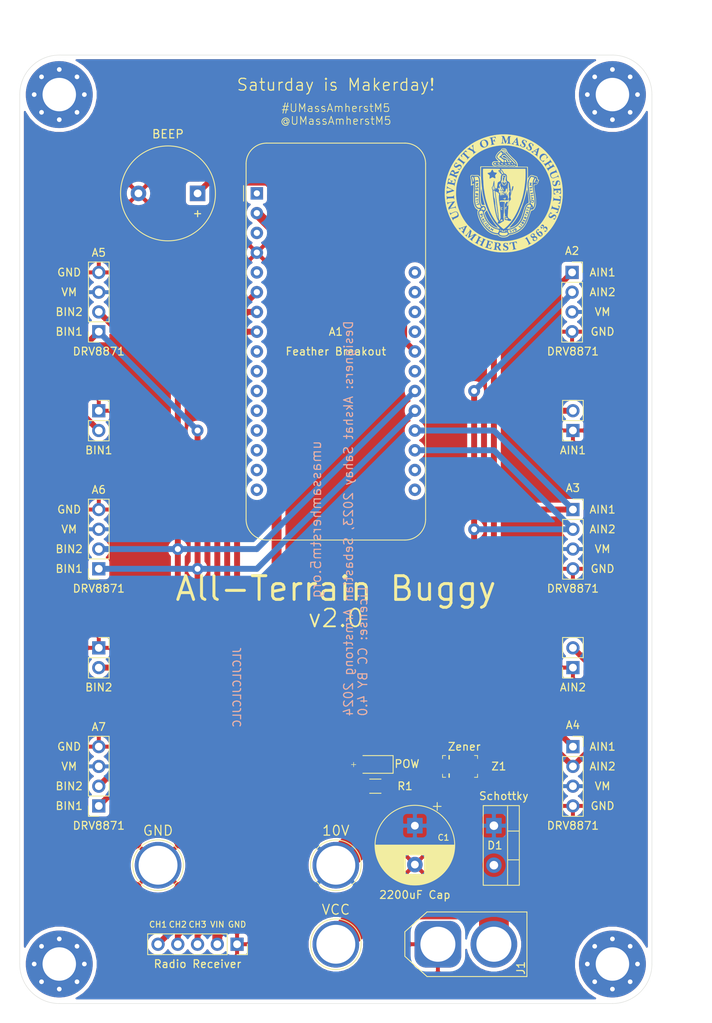
<source format=kicad_pcb>
(kicad_pcb (version 20171130) (host pcbnew "(5.1.12)-1")
  (title_block (title "All-Terrain Buggy") (date 2022-01-19) (rev v1.0) (company "M5 Makerspace") (comment 2 creativecommons.org/licenses/by/4.0/) (comment 3 "License: CC BY 4.0") (comment 4 "Authors: Akshat Sahay, Sebastian Armstrong"))
  (layers (0 F.Cu signal) (31 B.Cu signal) (34 B.Paste user hide) (35 F.Paste user hide) (36 B.SilkS user) (37 F.SilkS user) (38 B.Mask user) (39 F.Mask user) (44 Edge.Cuts user))
  (net 0 "")
  (net 1 "Net-(A1-Pad16)")
  (net 2 "Net-(A1-Pad15)")
  (net 3 "Net-(A1-Pad14)")
  (net 4 "Net-(A1-Pad13)")
  (net 5 "Net-(A1-Pad12)")
  (net 6 "Net-(A1-Pad11)")
  (net 7 "Net-(A1-Pad5)")
  (net 8 GND)
  (net 9 "Net-(A1-Pad3)")
  (net 10 "Net-(A1-Pad1)")
  (net 11 "Net-(A1-Pad28)")
  (net 12 "Net-(A1-Pad27)")
  (net 13 "Net-(A1-Pad25)")
  (net 14 "Net-(A1-Pad23)")
  (net 15 BIN2)
  (net 16 BIN1)
  (net 17 AIN2)
  (net 18 AIN1)
  (net 19 "Net-(A1-Pad18)")
  (net 20 "Net-(A1-Pad17)")
  (net 21 VCC)
  (net 22 "Net-(D3-Pad2)")
  (net 23 +10V)
  (net 24 CHANNEL_2)
  (net 25 CHANNEL_1)
  (net 26 CHANNEL_3)
  (net 27 BEEP)
  (net 28 +3V3)
  (net 29 +5V)
  (net 30 "Net-(A1-Pad10)")
  (net 31 "Net-(A1-Pad9)")
  (net 32 "Net-(H1-Pad1)")
  (net 33 "Net-(H2-Pad1)")
  (net 34 "Net-(H3-Pad1)")
  (net 35 "Net-(H4-Pad1)")
  (module Figures:UMass_logo (layer F.Cu) (at 174.498 50.546)
    (fp_text reference G*** hide)
    (fp_text value LOGO hide)
  )
  (module Figures:M5_logo (layer F.Cu) (at 152.908 114.046)
    (fp_text reference G*** hide)
    (fp_text value LOGO hide)
  )
  (module Module:Adafruit_Feather (layer F.Cu) (at 142.748 50.546)
    (fp_text reference A1 (at 10.16 17.78) (layer F.SilkS))
    (fp_text value "Feather 328P")
    (pad 16 thru_hole circle (at 0 38.1 180) (size 1.6 1.6) (drill 0.8) (layers *.Cu *.Mask) (net 1 "Net-(A1-Pad16)"))
    (pad 15 thru_hole circle (at 0 35.56 180) (size 1.6 1.6) (drill 0.8) (layers *.Cu *.Mask) (net 2 "Net-(A1-Pad15)"))
    (pad 14 thru_hole circle (at 0 33.02 180) (size 1.6 1.6) (drill 0.8) (layers *.Cu *.Mask) (net 3 "Net-(A1-Pad14)"))
    (pad 13 thru_hole circle (at 0 30.48 180) (size 1.6 1.6) (drill 0.8) (layers *.Cu *.Mask) (net 4 "Net-(A1-Pad13)"))
    (pad 12 thru_hole circle (at 0 27.94 180) (size 1.6 1.6) (drill 0.8) (layers *.Cu *.Mask) (net 5 "Net-(A1-Pad12)"))
    (pad 11 thru_hole circle (at 0 25.4 180) (size 1.6 1.6) (drill 0.8) (layers *.Cu *.Mask) (net 6 "Net-(A1-Pad11)"))
    (pad 10 thru_hole circle (at 0 22.86 180) (size 1.6 1.6) (drill 0.8) (layers *.Cu *.Mask) (net 30 "Net-(A1-Pad10)"))
    (pad 9 thru_hole circle (at 0 20.32 180) (size 1.6 1.6) (drill 0.8) (layers *.Cu *.Mask) (net 31 "Net-(A1-Pad9)"))
    (pad 8 thru_hole circle (at 0 17.78 180) (size 1.6 1.6) (drill 0.8) (layers *.Cu *.Mask) (net 26 CHANNEL_3))
    (pad 7 thru_hole circle (at 0 15.24 180) (size 1.6 1.6) (drill 0.8) (layers *.Cu *.Mask) (net 24 CHANNEL_2))
    (pad 6 thru_hole circle (at 0 12.7 180) (size 1.6 1.6) (drill 0.8) (layers *.Cu *.Mask) (net 25 CHANNEL_1))
    (pad 5 thru_hole circle (at 0 10.16 180) (size 1.6 1.6) (drill 0.8) (layers *.Cu *.Mask) (net 7 "Net-(A1-Pad5)"))
    (pad 4 thru_hole circle (at 0 7.62 180) (size 1.6 1.6) (drill 0.8) (layers *.Cu *.Mask) (net 8 GND))
    (pad 3 thru_hole circle (at 0 5.08 180) (size 1.6 1.6) (drill 0.8) (layers *.Cu *.Mask) (net 9 "Net-(A1-Pad3)"))
    (pad 2 thru_hole circle (at 0 2.54 180) (size 1.6 1.6) (drill 0.8) (layers *.Cu *.Mask) (net 28 +3V3))
    (pad 1 thru_hole rect (at 0 0 180) (size 1.6 1.6) (drill 0.8) (layers *.Cu *.Mask) (net 10 "Net-(A1-Pad1)"))
    (pad 28 thru_hole circle (at 20.32 10.16 180) (size 1.6 1.6) (drill 0.8) (layers *.Cu *.Mask) (net 11 "Net-(A1-Pad28)"))
    (pad 27 thru_hole circle (at 20.32 12.7 180) (size 1.6 1.6) (drill 0.8) (layers *.Cu *.Mask) (net 12 "Net-(A1-Pad27)"))
    (pad 26 thru_hole circle (at 20.32 15.24 180) (size 1.6 1.6) (drill 0.8) (layers *.Cu *.Mask) (net 29 +5V))
    (pad 25 thru_hole circle (at 20.32 17.78 180) (size 1.6 1.6) (drill 0.8) (layers *.Cu *.Mask) (net 13 "Net-(A1-Pad25)"))
    (pad 24 thru_hole circle (at 20.32 20.32 180) (size 1.6 1.6) (drill 0.8) (layers *.Cu *.Mask) (net 27 BEEP))
    (pad 23 thru_hole circle (at 20.32 22.86 180) (size 1.6 1.6) (drill 0.8) (layers *.Cu *.Mask) (net 14 "Net-(A1-Pad23)"))
    (pad 22 thru_hole circle (at 20.32 25.4 180) (size 1.6 1.6) (drill 0.8) (layers *.Cu *.Mask) (net 15 BIN2))
    (pad 21 thru_hole circle (at 20.32 27.94 180) (size 1.6 1.6) (drill 0.8) (layers *.Cu *.Mask) (net 16 BIN1))
    (pad 20 thru_hole circle (at 20.32 30.48 180) (size 1.6 1.6) (drill 0.8) (layers *.Cu *.Mask) (net 18 AIN1))
    (pad 19 thru_hole circle (at 20.32 33.02 180) (size 1.6 1.6) (drill 0.8) (layers *.Cu *.Mask) (net 17 AIN2))
    (pad 18 thru_hole circle (at 20.32 35.56 180) (size 1.6 1.6) (drill 0.8) (layers *.Cu *.Mask) (net 19 "Net-(A1-Pad18)"))
    (pad 17 thru_hole circle (at 20.32 38.1 180) (size 1.6 1.6) (drill 0.8) (layers *.Cu *.Mask) (net 20 "Net-(A1-Pad17)"))
  )
  (module Connector_PinSocket_2.54mm:PinSocket_1x04_P2.54mm_Vertical (layer F.Cu) (at 122.428 129.286 180)
    (fp_text reference A7 (at 0 10.16) (layer F.SilkS))
    (fp_text value DRV8871)
    (pad 1 thru_hole rect (at 0 0 180) (size 1.7 1.7) (drill 1) (layers *.Cu *.Mask) (net 16 BIN1))
    (pad 2 thru_hole oval (at 0 2.54 180) (size 1.7 1.7) (drill 1) (layers *.Cu *.Mask) (net 15 BIN2))
    (pad 3 thru_hole oval (at 0 5.08 180) (size 1.7 1.7) (drill 1) (layers *.Cu *.Mask) (net 23 +10V))
    (pad 4 thru_hole oval (at 0 7.62 180) (size 1.7 1.7) (drill 1) (layers *.Cu *.Mask) (net 8 GND))
  )
  (module Capacitor_THT:CP_Radial_D10.0mm_P5.00mm (layer F.Cu) (at 163.068 131.826 270)
    (fp_text reference C1 (at 1.524 -3.683 180) (layer F.SilkS) (effects (font (size 0.762 0.762) (thickness 0.127))))
    (fp_text value 2200uF)
    (pad 1 thru_hole rect (at 0 0 270) (size 2 2) (drill 1) (layers *.Cu *.Mask) (net 23 +10V))
    (pad 2 thru_hole circle (at 5 0 270) (size 2 2) (drill 1) (layers *.Cu *.Mask) (net 8 GND))
  )
  (module Resistor_SMD:R_1206_3216Metric (layer F.Cu) (at 157.988 126.746)
    (fp_text reference R1 (at 3.81 0) (layer F.SilkS))
    (fp_text value 330)
    (pad 1 smd roundrect (at -1.4625 0) (size 1.125 1.75) (layers F.Cu F.Paste F.Mask) (roundrect_rratio 0.2222195555555556) (net 22 "Net-(D3-Pad2)"))
    (pad 2 smd roundrect (at 1.4625 0) (size 1.125 1.75) (layers F.Cu F.Paste F.Mask) (roundrect_rratio 0.2222195555555556) (net 23 +10V))
  )
  (module Package_TO_SOT_THT:TO-220-2_Vertical (layer F.Cu) (at 173.228 131.826 270)
    (fp_text reference D1 (at 2.54 -0.127 180) (layer F.SilkS))
    (fp_text value D_Schottky)
    (pad 1 thru_hole rect (at 0 0 270) (size 2 2) (drill 1.1) (layers *.Cu *.Mask) (net 23 +10V))
    (pad 2 thru_hole oval (at 5.08 0 270) (size 2 2) (drill 1.1) (layers *.Cu *.Mask) (net 21 VCC))
  )
  (module Connector_PinSocket_2.54mm:PinSocket_1x04_P2.54mm_Vertical (layer F.Cu) (at 122.428 98.806 180)
    (fp_text reference A6 (at 0 10.16) (layer F.SilkS))
    (fp_text value DRV8871)
    (pad 4 thru_hole oval (at 0 7.62 180) (size 1.7 1.7) (drill 1) (layers *.Cu *.Mask) (net 8 GND))
    (pad 3 thru_hole oval (at 0 5.08 180) (size 1.7 1.7) (drill 1) (layers *.Cu *.Mask) (net 23 +10V))
    (pad 2 thru_hole oval (at 0 2.54 180) (size 1.7 1.7) (drill 1) (layers *.Cu *.Mask) (net 15 BIN2))
    (pad 1 thru_hole rect (at 0 0 180) (size 1.7 1.7) (drill 1) (layers *.Cu *.Mask) (net 16 BIN1))
  )
  (module Connector_PinSocket_2.54mm:PinSocket_1x04_P2.54mm_Vertical (layer F.Cu) (at 183.388 121.666)
    (fp_text reference A4 (at 0 -2.77) (layer F.SilkS))
    (fp_text value DRV8871)
    (pad 4 thru_hole oval (at 0 7.62) (size 1.7 1.7) (drill 1) (layers *.Cu *.Mask) (net 8 GND))
    (pad 3 thru_hole oval (at 0 5.08) (size 1.7 1.7) (drill 1) (layers *.Cu *.Mask) (net 23 +10V))
    (pad 2 thru_hole oval (at 0 2.54) (size 1.7 1.7) (drill 1) (layers *.Cu *.Mask) (net 17 AIN2))
    (pad 1 thru_hole rect (at 0 0) (size 1.7 1.7) (drill 1) (layers *.Cu *.Mask) (net 18 AIN1))
  )
  (module Connector_PinSocket_2.54mm:PinSocket_1x04_P2.54mm_Vertical (layer F.Cu) (at 183.283001 60.706)
    (fp_text reference A2 (at 0 -2.77) (layer F.SilkS))
    (fp_text value DRV8871)
    (pad 4 thru_hole oval (at 0 7.62) (size 1.7 1.7) (drill 1) (layers *.Cu *.Mask) (net 8 GND))
    (pad 3 thru_hole oval (at 0 5.08) (size 1.7 1.7) (drill 1) (layers *.Cu *.Mask) (net 23 +10V))
    (pad 2 thru_hole oval (at 0 2.54) (size 1.7 1.7) (drill 1) (layers *.Cu *.Mask) (net 17 AIN2))
    (pad 1 thru_hole rect (at 0 0) (size 1.7 1.7) (drill 1) (layers *.Cu *.Mask) (net 18 AIN1))
  )
  (module Connector_PinSocket_2.54mm:PinSocket_1x04_P2.54mm_Vertical (layer F.Cu) (at 183.388 91.186)
    (fp_text reference A3 (at 0 -2.77) (layer F.SilkS))
    (fp_text value DRV8871)
    (pad 1 thru_hole rect (at 0 0) (size 1.7 1.7) (drill 1) (layers *.Cu *.Mask) (net 18 AIN1))
    (pad 2 thru_hole oval (at 0 2.54) (size 1.7 1.7) (drill 1) (layers *.Cu *.Mask) (net 17 AIN2))
    (pad 3 thru_hole oval (at 0 5.08) (size 1.7 1.7) (drill 1) (layers *.Cu *.Mask) (net 23 +10V))
    (pad 4 thru_hole oval (at 0 7.62) (size 1.7 1.7) (drill 1) (layers *.Cu *.Mask) (net 8 GND))
  )
  (module Connector_PinSocket_2.54mm:PinSocket_1x04_P2.54mm_Vertical (layer F.Cu) (at 122.428 68.326 180)
    (fp_text reference A5 (at 0 10.16) (layer F.SilkS))
    (fp_text value DRV8871)
    (pad 1 thru_hole rect (at 0 0 180) (size 1.7 1.7) (drill 1) (layers *.Cu *.Mask) (net 16 BIN1))
    (pad 2 thru_hole oval (at 0 2.54 180) (size 1.7 1.7) (drill 1) (layers *.Cu *.Mask) (net 15 BIN2))
    (pad 3 thru_hole oval (at 0 5.08 180) (size 1.7 1.7) (drill 1) (layers *.Cu *.Mask) (net 23 +10V))
    (pad 4 thru_hole oval (at 0 7.62 180) (size 1.7 1.7) (drill 1) (layers *.Cu *.Mask) (net 8 GND))
  )
  (module Connector_AMASS:AMASS_XT60-M_1x02_P7.20mm_Vertical (layer F.Cu) (at 166.028 147.066)
    (fp_text reference J1 (at 10.668 3.048 -270) (layer F.SilkS))
    (fp_text value XT60)
    (pad 2 thru_hole circle (at 7.2 0) (size 6 6) (drill 4.5) (layers *.Cu *.Mask) (net 21 VCC))
    (pad 1 thru_hole roundrect (at 0 0) (size 6 6) (drill 4.5) (layers *.Cu *.Mask) (net 8 GND))
  )
  (module digikey-footprints:DO-214AC (layer F.Cu) (at 168.878 124.206)
    (fp_text reference Z1 (at 4.985 0) (layer F.SilkS))
    (fp_text value Zener)
    (pad A smd rect (at 2 0) (size 2.5 1.7) (layers F.Cu F.Paste F.Mask) (net 8 GND))
    (pad K smd rect (at -2 0) (size 2.5 1.7) (layers F.Cu F.Paste F.Mask) (net 23 +10V))
  )
  (module Buzzer_Beeper:Buzzer_12x9.5RM7.6 (layer F.Cu) (at 135.128 50.546 180)
    (fp_text reference BZ1)
    (fp_text value BEEP)
    (fp_text user + (at -0.01 -2.54) (layer F.SilkS))
    (pad 1 thru_hole rect (at 0 0 180) (size 2 2) (drill 1) (layers *.Cu *.Mask) (net 27 BEEP))
    (pad 2 thru_hole circle (at 7.6 0 180) (size 2 2) (drill 1) (layers *.Cu *.Mask) (net 8 GND))
  )
  (module LED_SMD:LED_1206_3216Metric (layer F.Cu) (at 157.988 123.952 180)
    (fp_text reference D3)
    (fp_text value BLUE)
    (pad 2 smd roundrect (at 1.4 0 180) (size 1.25 1.75) (layers F.Cu F.Paste F.Mask) (roundrect_rratio 0.2) (net 22 "Net-(D3-Pad2)"))
    (pad 1 smd roundrect (at -1.4 0 180) (size 1.25 1.75) (layers F.Cu F.Paste F.Mask) (roundrect_rratio 0.2) (net 8 GND))
  )
  (module Connector_PinSocket_2.54mm:PinSocket_1x05_P2.54mm_Vertical (layer F.Cu) (at 140.208 147.066 270)
    (fp_text reference J4)
    (fp_text value Receiver)
    (pad 1 thru_hole rect (at 0 0 270) (size 1.7 1.7) (drill 1) (layers *.Cu *.Mask) (net 8 GND))
    (pad 2 thru_hole oval (at 0 2.54 270) (size 1.7 1.7) (drill 1) (layers *.Cu *.Mask) (net 28 +3V3))
    (pad 3 thru_hole oval (at 0 5.08 270) (size 1.7 1.7) (drill 1) (layers *.Cu *.Mask) (net 26 CHANNEL_3))
    (pad 4 thru_hole oval (at 0 7.62 270) (size 1.7 1.7) (drill 1) (layers *.Cu *.Mask) (net 24 CHANNEL_2))
    (pad 5 thru_hole oval (at 0 10.16 270) (size 1.7 1.7) (drill 1) (layers *.Cu *.Mask) (net 25 CHANNEL_1))
  )
  (module MountingHole:MountingHole_4.3mm_M4_Pad_Via (layer F.Cu) (at 117.348 37.846)
    (fp_text reference H1)
    (fp_text value M)
    (pad 1 thru_hole circle (at 2.280419 -2.280419) (size 0.9 0.9) (drill 0.6) (layers *.Cu *.Mask) (net 32 "Net-(H1-Pad1)"))
    (pad 1 thru_hole circle (at 0 -3.225) (size 0.9 0.9) (drill 0.6) (layers *.Cu *.Mask) (net 32 "Net-(H1-Pad1)"))
    (pad 1 thru_hole circle (at -2.280419 -2.280419) (size 0.9 0.9) (drill 0.6) (layers *.Cu *.Mask) (net 32 "Net-(H1-Pad1)"))
    (pad 1 thru_hole circle (at -3.225 0) (size 0.9 0.9) (drill 0.6) (layers *.Cu *.Mask) (net 32 "Net-(H1-Pad1)"))
    (pad 1 thru_hole circle (at -2.280419 2.280419) (size 0.9 0.9) (drill 0.6) (layers *.Cu *.Mask) (net 32 "Net-(H1-Pad1)"))
    (pad 1 thru_hole circle (at 0 3.225) (size 0.9 0.9) (drill 0.6) (layers *.Cu *.Mask) (net 32 "Net-(H1-Pad1)"))
    (pad 1 thru_hole circle (at 2.280419 2.280419) (size 0.9 0.9) (drill 0.6) (layers *.Cu *.Mask) (net 32 "Net-(H1-Pad1)"))
    (pad 1 thru_hole circle (at 3.225 0) (size 0.9 0.9) (drill 0.6) (layers *.Cu *.Mask) (net 32 "Net-(H1-Pad1)"))
    (pad 1 thru_hole circle (at 0 0) (size 8.6 8.6) (drill 4.3) (layers *.Cu *.Mask) (net 32 "Net-(H1-Pad1)"))
  )
  (module MountingHole:MountingHole_4.3mm_M4_Pad_Via (layer F.Cu) (at 188.468 37.846)
    (fp_text reference H2)
    (fp_text value M)
    (pad 1 thru_hole circle (at 0 0) (size 8.6 8.6) (drill 4.3) (layers *.Cu *.Mask) (net 33 "Net-(H2-Pad1)"))
    (pad 1 thru_hole circle (at 3.225 0) (size 0.9 0.9) (drill 0.6) (layers *.Cu *.Mask) (net 33 "Net-(H2-Pad1)"))
    (pad 1 thru_hole circle (at 2.280419 2.280419) (size 0.9 0.9) (drill 0.6) (layers *.Cu *.Mask) (net 33 "Net-(H2-Pad1)"))
    (pad 1 thru_hole circle (at 0 3.225) (size 0.9 0.9) (drill 0.6) (layers *.Cu *.Mask) (net 33 "Net-(H2-Pad1)"))
    (pad 1 thru_hole circle (at -2.280419 2.280419) (size 0.9 0.9) (drill 0.6) (layers *.Cu *.Mask) (net 33 "Net-(H2-Pad1)"))
    (pad 1 thru_hole circle (at -3.225 0) (size 0.9 0.9) (drill 0.6) (layers *.Cu *.Mask) (net 33 "Net-(H2-Pad1)"))
    (pad 1 thru_hole circle (at -2.280419 -2.280419) (size 0.9 0.9) (drill 0.6) (layers *.Cu *.Mask) (net 33 "Net-(H2-Pad1)"))
    (pad 1 thru_hole circle (at 0 -3.225) (size 0.9 0.9) (drill 0.6) (layers *.Cu *.Mask) (net 33 "Net-(H2-Pad1)"))
    (pad 1 thru_hole circle (at 2.280419 -2.280419) (size 0.9 0.9) (drill 0.6) (layers *.Cu *.Mask) (net 33 "Net-(H2-Pad1)"))
  )
  (module MountingHole:MountingHole_4.3mm_M4_Pad_Via (layer F.Cu) (at 117.348 149.606)
    (fp_text reference H3)
    (fp_text value M)
    (pad 1 thru_hole circle (at 0 0) (size 8.6 8.6) (drill 4.3) (layers *.Cu *.Mask) (net 34 "Net-(H3-Pad1)"))
    (pad 1 thru_hole circle (at 3.225 0) (size 0.9 0.9) (drill 0.6) (layers *.Cu *.Mask) (net 34 "Net-(H3-Pad1)"))
    (pad 1 thru_hole circle (at 2.280419 2.280419) (size 0.9 0.9) (drill 0.6) (layers *.Cu *.Mask) (net 34 "Net-(H3-Pad1)"))
    (pad 1 thru_hole circle (at 0 3.225) (size 0.9 0.9) (drill 0.6) (layers *.Cu *.Mask) (net 34 "Net-(H3-Pad1)"))
    (pad 1 thru_hole circle (at -2.280419 2.280419) (size 0.9 0.9) (drill 0.6) (layers *.Cu *.Mask) (net 34 "Net-(H3-Pad1)"))
    (pad 1 thru_hole circle (at -3.225 0) (size 0.9 0.9) (drill 0.6) (layers *.Cu *.Mask) (net 34 "Net-(H3-Pad1)"))
    (pad 1 thru_hole circle (at -2.280419 -2.280419) (size 0.9 0.9) (drill 0.6) (layers *.Cu *.Mask) (net 34 "Net-(H3-Pad1)"))
    (pad 1 thru_hole circle (at 0 -3.225) (size 0.9 0.9) (drill 0.6) (layers *.Cu *.Mask) (net 34 "Net-(H3-Pad1)"))
    (pad 1 thru_hole circle (at 2.280419 -2.280419) (size 0.9 0.9) (drill 0.6) (layers *.Cu *.Mask) (net 34 "Net-(H3-Pad1)"))
  )
  (module MountingHole:MountingHole_4.3mm_M4_Pad_Via (layer F.Cu) (at 188.468 149.606)
    (fp_text reference H4)
    (fp_text value M)
    (pad 1 thru_hole circle (at 2.280419 -2.280419) (size 0.9 0.9) (drill 0.6) (layers *.Cu *.Mask) (net 35 "Net-(H4-Pad1)"))
    (pad 1 thru_hole circle (at 0 -3.225) (size 0.9 0.9) (drill 0.6) (layers *.Cu *.Mask) (net 35 "Net-(H4-Pad1)"))
    (pad 1 thru_hole circle (at -2.280419 -2.280419) (size 0.9 0.9) (drill 0.6) (layers *.Cu *.Mask) (net 35 "Net-(H4-Pad1)"))
    (pad 1 thru_hole circle (at -3.225 0) (size 0.9 0.9) (drill 0.6) (layers *.Cu *.Mask) (net 35 "Net-(H4-Pad1)"))
    (pad 1 thru_hole circle (at -2.280419 2.280419) (size 0.9 0.9) (drill 0.6) (layers *.Cu *.Mask) (net 35 "Net-(H4-Pad1)"))
    (pad 1 thru_hole circle (at 0 3.225) (size 0.9 0.9) (drill 0.6) (layers *.Cu *.Mask) (net 35 "Net-(H4-Pad1)"))
    (pad 1 thru_hole circle (at 2.280419 2.280419) (size 0.9 0.9) (drill 0.6) (layers *.Cu *.Mask) (net 35 "Net-(H4-Pad1)"))
    (pad 1 thru_hole circle (at 3.225 0) (size 0.9 0.9) (drill 0.6) (layers *.Cu *.Mask) (net 35 "Net-(H4-Pad1)"))
    (pad 1 thru_hole circle (at 0 0) (size 8.6 8.6) (drill 4.3) (layers *.Cu *.Mask) (net 35 "Net-(H4-Pad1)"))
  )
  (module TestPoint:TestPoint_Plated_Hole_D5.0mm (layer F.Cu) (at 152.908 147.066)
    (fp_text reference J2)
    (fp_text value VCC)
    (pad 1 thru_hole circle (at 0 0) (size 6 6) (drill 5) (layers *.Cu *.Mask) (net 21 VCC))
  )
  (module TestPoint:TestPoint_Plated_Hole_D5.0mm (layer F.Cu) (at 152.908 136.906)
    (fp_text reference J3)
    (fp_text value 10V)
    (pad 1 thru_hole circle (at 0 0) (size 6 6) (drill 5) (layers *.Cu *.Mask) (net 23 +10V))
  )
  (module TestPoint:TestPoint_Plated_Hole_D5.0mm (layer F.Cu) (at 130.048 136.906)
    (fp_text reference J5)
    (fp_text value GND)
    (pad 1 thru_hole circle (at 0 0) (size 6 6) (drill 5) (layers *.Cu *.Mask) (net 8 GND))
  )
  (module Connector_PinSocket_2.54mm:PinSocket_1x02_P2.54mm_Vertical (layer F.Cu) (at 183.388 81.026 180)
    (fp_text reference J6)
    (fp_text value AIN1)
    (pad 2 thru_hole oval (at 0 2.54 180) (size 1.7 1.7) (drill 1) (layers *.Cu *.Mask) (net 18 AIN1))
    (pad 1 thru_hole rect (at 0 0 180) (size 1.7 1.7) (drill 1) (layers *.Cu *.Mask) (net 8 GND))
  )
  (module Connector_PinSocket_2.54mm:PinSocket_1x02_P2.54mm_Vertical (layer F.Cu) (at 183.388 111.506 180)
    (fp_text reference J7)
    (fp_text value AIN2)
    (pad 1 thru_hole rect (at 0 0 180) (size 1.7 1.7) (drill 1) (layers *.Cu *.Mask) (net 8 GND))
    (pad 2 thru_hole oval (at 0 2.54 180) (size 1.7 1.7) (drill 1) (layers *.Cu *.Mask) (net 17 AIN2))
  )
  (module Connector_PinSocket_2.54mm:PinSocket_1x02_P2.54mm_Vertical (layer F.Cu) (at 122.428 78.486)
    (fp_text reference J8)
    (fp_text value BIN1)
    (pad 2 thru_hole oval (at 0 2.54) (size 1.7 1.7) (drill 1) (layers *.Cu *.Mask) (net 16 BIN1))
    (pad 1 thru_hole rect (at 0 0) (size 1.7 1.7) (drill 1) (layers *.Cu *.Mask) (net 8 GND))
  )
  (module Connector_PinSocket_2.54mm:PinSocket_1x02_P2.54mm_Vertical (layer F.Cu) (at 122.428 108.966)
    (fp_text reference J9)
    (fp_text value BIN2)
    (pad 1 thru_hole rect (at 0 0) (size 1.7 1.7) (drill 1) (layers *.Cu *.Mask) (net 8 GND))
    (pad 2 thru_hole oval (at 0 2.54) (size 1.7 1.7) (drill 1) (layers *.Cu *.Mask) (net 15 BIN2))
  )
  (gr_text "2200uF Cap" (at 163.068 140.716) (layer F.SilkS) (effects (font (size 1 1))))
  (gr_text Schottky (at 174.498 128.016) (layer F.SilkS) (effects (font (size 1 1))))
  (gr_text Zener (at 169.418 121.666) (layer F.SilkS) (effects (font (size 1 1))))
  (gr_text "Radio Receiver" (at 135.128 149.606) (layer F.SilkS) (effects (font (size 1 1))))
  (gr_text "Feather Breakout" (at 152.908 70.866) (layer F.SilkS) (effects (font (size 1 1))))
  (gr_text DRV8871 (at 122.428 70.866) (layer F.SilkS) (effects (font (size 1 1))))
  (gr_text DRV8871 (at 122.428 101.346) (layer F.SilkS) (effects (font (size 1 1))))
  (gr_text DRV8871 (at 122.428 131.826) (layer F.SilkS) (effects (font (size 1 1))))
  (gr_text DRV8871 (at 183.388 131.826) (layer F.SilkS) (effects (font (size 1 1))))
  (gr_text DRV8871 (at 183.388 101.346) (layer F.SilkS) (effects (font (size 1 1))))
  (gr_text DRV8871 (at 183.388 70.866) (layer F.SilkS) (effects (font (size 1 1))))
  (gr_text GND (at 130.048 132.461) (layer F.SilkS) (effects (font (size 1.27 1.27))))
  (gr_text 10V (at 152.908 132.461) (layer F.SilkS) (effects (font (size 1.27 1.27))))
  (gr_text VCC (at 152.908 142.621) (layer F.SilkS) (effects (font (size 1.27 1.27))))
  (gr_text AIN1 (at 183.388 83.566) (layer F.SilkS) (effects (font (size 1 1))))
  (gr_text AIN2 (at 183.388 114.046) (layer F.SilkS) (effects (font (size 1 1))))
  (gr_text BIN2 (at 122.428 114.046) (layer F.SilkS) (effects (font (size 1 1))))
  (gr_text BIN1 (at 122.428 83.566) (layer F.SilkS) (effects (font (size 1 1))))
  (gr_text "#UMassAmherstM5\n@UMassAmherstM5" (at 152.908 40.386) (layer F.SilkS) (effects (font (size 1.016 1.016) (thickness 0.1016))))
  (gr_text "Saturday is Makerday!" (at 152.908 36.576) (layer F.SilkS) (effects (font (size 1.524 1.524) (thickness 0.1524))))
  (gr_arc (start 188.468 149.606) (end 188.468 154.686) (angle -90) (layer Edge.Cuts) (width 0.05))
  (gr_line (start 112.268 149.606) (end 112.268 37.846) (layer Edge.Cuts) (width 0.05))
  (gr_arc (start 117.348 149.606) (end 112.268 149.606) (angle -90) (layer Edge.Cuts) (width 0.05))
  (gr_arc (start 117.348 37.846) (end 117.348 32.766) (angle -90) (layer Edge.Cuts) (width 0.05))
  (gr_arc (start 188.468 37.846) (end 193.548 37.846) (angle -90) (layer Edge.Cuts) (width 0.05))
  (gr_line (start 117.348 32.766) (end 188.468 32.766) (layer Edge.Cuts) (width 0.05))
  (gr_line (start 193.548 37.846) (end 193.548 149.606) (layer Edge.Cuts) (width 0.05))
  (gr_text GND (at 140.208 144.526) (layer F.SilkS) (effects (font (size 0.762 0.762) (thickness 0.127))))
  (gr_text VIN (at 137.668 144.526) (layer F.SilkS) (effects (font (size 0.762 0.762) (thickness 0.127))))
  (gr_text CH3 (at 135.128 144.526) (layer F.SilkS) (effects (font (size 0.762 0.762) (thickness 0.127))))
  (gr_text CH2 (at 132.588 144.526) (layer F.SilkS) (effects (font (size 0.762 0.762) (thickness 0.127))))
  (gr_text CH1 (at 130.048 144.526) (layer F.SilkS) (effects (font (size 0.762 0.762) (thickness 0.127))))
  (gr_text v2.0 (at 152.908 105.156) (layer F.SilkS) (effects (font (size 2.286 2.286) (thickness 0.2286))))
  (gr_text "All-Terrain Buggy" (at 152.908 101.346) (layer F.SilkS) (effects (font (size 3.048 3.048) (thickness 0.381))))
  (gr_line (start 188.468 154.686) (end 117.348 154.686) (layer Edge.Cuts) (width 0.05))
  (gr_text + (at 155.194 123.91009) (layer F.SilkS) (effects (font (size 0.762 0.762) (thickness 0.0762))))
  (gr_text GND (at 118.618 60.706) (layer F.SilkS) (effects (font (size 1 1))))
  (gr_text VM (at 118.618 63.246) (layer F.SilkS) (effects (font (size 1 1))))
  (gr_text BIN1 (at 118.618 68.326) (layer F.SilkS) (effects (font (size 1 1))))
  (gr_text BIN2 (at 118.618 65.786) (layer F.SilkS) (effects (font (size 1 1))))
  (gr_text GND (at 118.618 91.186) (layer F.SilkS) (effects (font (size 1 1))))
  (gr_text VM (at 118.618 93.726) (layer F.SilkS) (effects (font (size 1 1))))
  (gr_text BIN1 (at 118.618 98.806) (layer F.SilkS) (effects (font (size 1 1))))
  (gr_text BIN2 (at 118.618 96.266) (layer F.SilkS) (effects (font (size 1 1))))
  (gr_text POW (at 162.052 123.8845) (layer F.SilkS) (effects (font (size 1 1))))
  (gr_text BEEP (at 131.318 42.926) (layer F.SilkS) (effects (font (size 1.0668 1.0668) (thickness 0.1524))))
  (gr_text JLCJLCJLCJLC (at 140.208 114.046 90) (layer B.SilkS) (effects (font (size 1 1)) (justify mirror)))
  (gr_text umassamherstm5.org (at 150.368 92.456 90) (layer B.SilkS) (effects (font (size 1.27 1.27)) (justify mirror)))
  (gr_text "Designers: Akshat Sahay 2023, Sebastian Armstrong 2024\nLicense: CC BY 4.0" (at 155.448 117.856 90) (layer B.SilkS) (effects (font (size 1.143 1.143) (thickness 0.1524)) (justify right mirror)))
  (gr_text GND (at 118.618 121.666) (layer F.SilkS) (effects (font (size 1 1))))
  (gr_text VM (at 118.618 124.206) (layer F.SilkS) (effects (font (size 1 1))))
  (gr_text BIN2 (at 118.618 126.746) (layer F.SilkS) (effects (font (size 1 1))))
  (gr_text BIN1 (at 118.618 129.286) (layer F.SilkS) (effects (font (size 1 1))))
  (gr_text AIN1 (at 187.198 121.666) (layer F.SilkS) (effects (font (size 1 1))))
  (gr_text GND (at 187.198 129.286) (layer F.SilkS) (effects (font (size 1 1))))
  (gr_text VM (at 187.198 126.746) (layer F.SilkS) (effects (font (size 1 1))))
  (gr_text "AIN2\n" (at 187.198 124.206) (layer F.SilkS) (effects (font (size 1 1))))
  (gr_text GND (at 187.198 98.806) (layer F.SilkS) (effects (font (size 1 1))))
  (gr_text VM (at 187.198 96.266) (layer F.SilkS) (effects (font (size 1 1))))
  (gr_text "AIN2\n" (at 187.198 93.726) (layer F.SilkS) (effects (font (size 1 1))))
  (gr_text AIN1 (at 187.198 91.186) (layer F.SilkS) (effects (font (size 1 1))))
  (gr_text GND (at 187.198 68.326) (layer F.SilkS) (effects (font (size 1 1))))
  (gr_text VM (at 187.198 65.786) (layer F.SilkS) (effects (font (size 1 1))))
  (gr_text "AIN2\n" (at 187.198 63.246) (layer F.SilkS) (effects (font (size 1 1))))
  (gr_text AIN1 (at 187.198 60.706) (layer F.SilkS) (effects (font (size 1 1))))
  (segment (start 142.748 96.266) (end 132.588 96.266) (width 0.762) (layer B.Cu) (net 15))
  (segment (start 163.068 75.946) (end 142.748 96.266) (width 0.762) (layer B.Cu) (net 15))
  (segment (start 122.428 126.746) (end 132.588 116.586) (width 0.762) (layer F.Cu) (net 15))
  (segment (start 132.588 96.266) (end 122.428 96.266) (width 0.762) (layer B.Cu) (net 15))
  (via (at 132.588 96.266) (size 1.524) (drill 0.762) (layers F.Cu B.Cu) (net 15))
  (segment (start 132.588 96.266) (end 132.588 75.946) (width 0.762) (layer F.Cu) (net 15))
  (segment (start 132.588 75.946) (end 122.428 65.786) (width 0.762) (layer F.Cu) (net 15))
  (segment (start 132.588 116.586) (end 132.588 111.506) (width 0.762) (layer F.Cu) (net 15))
  (segment (start 132.588 111.506) (end 132.588 96.266) (width 0.762) (layer F.Cu) (net 15))
  (segment (start 132.588 111.506) (end 122.428 111.506) (width 0.762) (layer F.Cu) (net 15))
  (segment (start 142.748 98.806) (end 135.128 98.806) (width 0.762) (layer B.Cu) (net 16))
  (segment (start 163.068 78.486) (end 142.748 98.806) (width 0.762) (layer B.Cu) (net 16))
  (segment (start 122.428 129.286) (end 135.128 116.586) (width 0.762) (layer F.Cu) (net 16))
  (segment (start 135.128 98.806) (end 122.428 98.806) (width 0.762) (layer B.Cu) (net 16))
  (via (at 135.128 98.806) (size 1.524) (drill 0.762) (layers F.Cu B.Cu) (net 16))
  (segment (start 135.128 116.586) (end 135.128 98.806) (width 0.762) (layer F.Cu) (net 16))
  (segment (start 135.128 98.806) (end 135.128 81.026) (width 0.762) (layer F.Cu) (net 16))
  (segment (start 135.128 81.026) (end 135.128 81.026) (width 0.762) (layer F.Cu) (net 16))
  (via (at 135.128 81.026) (size 1.524) (drill 0.762) (layers F.Cu B.Cu) (net 16))
  (segment (start 135.128 81.026) (end 122.428 68.326) (width 0.762) (layer B.Cu) (net 16))
  (segment (start 119.888 78.486) (end 122.428 81.026) (width 0.762) (layer F.Cu) (net 16))
  (segment (start 122.428 68.326) (end 119.888 70.866) (width 0.762) (layer F.Cu) (net 16))
  (segment (start 119.888 70.866) (end 119.888 78.486) (width 0.762) (layer F.Cu) (net 16))
  (segment (start 173.228 83.566) (end 183.388 93.726) (width 0.762) (layer B.Cu) (net 17))
  (segment (start 163.068 83.566) (end 173.228 83.566) (width 0.762) (layer B.Cu) (net 17))
  (segment (start 183.388 124.206) (end 170.688 111.506) (width 0.762) (layer F.Cu) (net 17))
  (segment (start 170.688 111.506) (end 170.688 93.726) (width 0.762) (layer F.Cu) (net 17))
  (via (at 170.688 75.946) (size 1.524) (drill 0.762) (layers F.Cu B.Cu) (net 17))
  (segment (start 183.283001 63.350999) (end 183.283001 63.246) (width 0.762) (layer B.Cu) (net 17))
  (segment (start 170.688 75.946) (end 183.283001 63.350999) (width 0.762) (layer B.Cu) (net 17))
  (segment (start 170.688 93.726) (end 170.688 75.946) (width 0.762) (layer F.Cu) (net 17))
  (via (at 170.688 93.726) (size 1.524) (drill 0.762) (layers F.Cu B.Cu) (net 17))
  (segment (start 170.688 93.726) (end 183.388 93.726) (width 0.762) (layer B.Cu) (net 17))
  (segment (start 183.388 124.206) (end 185.928 121.666) (width 0.762) (layer F.Cu) (net 17))
  (segment (start 185.928 111.506) (end 183.388 108.966) (width 0.762) (layer F.Cu) (net 17))
  (segment (start 185.928 121.666) (end 185.928 111.506) (width 0.762) (layer F.Cu) (net 17))
  (segment (start 173.228 81.026) (end 183.388 91.186) (width 0.762) (layer B.Cu) (net 18))
  (segment (start 163.068 81.026) (end 173.228 81.026) (width 0.762) (layer B.Cu) (net 18))
  (segment (start 183.388 121.666) (end 173.228 111.506) (width 0.762) (layer F.Cu) (net 18))
  (segment (start 173.228 111.506) (end 173.228 91.186) (width 0.762) (layer F.Cu) (net 18))
  (segment (start 173.228 91.186) (end 183.388 91.186) (width 0.762) (layer F.Cu) (net 18))
  (segment (start 173.228 70.761001) (end 183.283001 60.706) (width 0.762) (layer F.Cu) (net 18))
  (segment (start 173.228 78.486) (end 183.388 78.486) (width 0.762) (layer F.Cu) (net 18))
  (segment (start 173.228 91.186) (end 173.228 78.486) (width 0.762) (layer F.Cu) (net 18))
  (segment (start 173.228 78.486) (end 173.228 70.761001) (width 0.762) (layer F.Cu) (net 18))
  (segment (start 173.228 147.066) (end 173.228 136.906) (width 3.81) (layer F.Cu) (net 21))
  (segment (start 158.01301 141.96099) (end 152.908 147.066) (width 3.81) (layer F.Cu) (net 21))
  (segment (start 172.36563 141.96099) (end 158.01301 141.96099) (width 3.81) (layer F.Cu) (net 21))
  (segment (start 173.228 142.82336) (end 172.36563 141.96099) (width 3.81) (layer F.Cu) (net 21))
  (segment (start 173.228 147.066) (end 173.228 142.82336) (width 3.81) (layer F.Cu) (net 21))
  (segment (start 156.5255 124.0145) (end 156.588 123.952) (width 0.762) (layer F.Cu) (net 22))
  (segment (start 156.5255 126.746) (end 156.5255 124.0145) (width 0.762) (layer F.Cu) (net 22))
  (segment (start 173.228 131.826) (end 163.068 131.826) (width 3.81) (layer F.Cu) (net 23))
  (segment (start 157.988 131.826) (end 152.908 136.906) (width 3.81) (layer F.Cu) (net 23))
  (segment (start 163.068 131.826) (end 157.988 131.826) (width 3.81) (layer F.Cu) (net 23))
  (segment (start 159.4505 128.2085) (end 163.068 131.826) (width 0.762) (layer F.Cu) (net 23))
  (segment (start 159.4505 126.746) (end 159.4505 128.2085) (width 0.762) (layer F.Cu) (net 23))
  (segment (start 166.878 128.016) (end 163.068 131.826) (width 0.762) (layer F.Cu) (net 23))
  (segment (start 166.878 124.206) (end 166.878 128.016) (width 0.762) (layer F.Cu) (net 23))
  (segment (start 142.748 65.786) (end 141.568486 65.786) (width 0.762) (layer F.Cu) (net 24))
  (segment (start 141.568486 65.786) (end 138.983243 68.371243) (width 0.762) (layer F.Cu) (net 24))
  (segment (start 132.588 145.886487) (end 132.588 147.066) (width 0.762) (layer F.Cu) (net 24))
  (segment (start 138.938 139.536487) (end 132.588 145.886487) (width 0.762) (layer F.Cu) (net 24))
  (segment (start 138.938 68.326) (end 138.938 139.536487) (width 0.762) (layer F.Cu) (net 24))
  (segment (start 142.748 63.246) (end 137.668 68.326) (width 0.762) (layer F.Cu) (net 25))
  (segment (start 137.668 68.326) (end 137.668 139.446) (width 0.762) (layer F.Cu) (net 25))
  (segment (start 137.668 139.446) (end 130.048 147.066) (width 0.762) (layer F.Cu) (net 25))
  (segment (start 135.128 145.863919) (end 135.128 147.066) (width 0.762) (layer F.Cu) (net 26))
  (segment (start 140.208 140.783919) (end 135.128 145.863919) (width 0.762) (layer F.Cu) (net 26))
  (segment (start 140.208 69.596) (end 140.208 140.783919) (width 0.762) (layer F.Cu) (net 26))
  (segment (start 141.478 68.326) (end 140.208 69.596) (width 0.762) (layer F.Cu) (net 26))
  (segment (start 142.748 68.326) (end 141.478 68.326) (width 0.762) (layer F.Cu) (net 26))
  (segment (start 136.509001 49.164999) (end 135.128 50.546) (width 0.762) (layer F.Cu) (net 27))
  (segment (start 144.012801 49.164999) (end 136.509001 49.164999) (width 0.762) (layer F.Cu) (net 27))
  (segment (start 161.686999 66.839197) (end 144.012801 49.164999) (width 0.762) (layer F.Cu) (net 27))
  (segment (start 161.686999 69.484999) (end 161.686999 66.839197) (width 0.762) (layer F.Cu) (net 27))
  (segment (start 163.068 70.866) (end 161.686999 69.484999) (width 0.762) (layer F.Cu) (net 27))
  (segment (start 137.668 145.863919) (end 137.668 147.066) (width 1.27) (layer F.Cu) (net 28))
  (segment (start 145.288 138.243919) (end 137.668 145.863919) (width 1.27) (layer F.Cu) (net 28))
  (segment (start 142.748 53.086) (end 145.288 55.626) (width 1.27) (layer F.Cu) (net 28))
  (segment (start 145.288 55.626) (end 145.288 138.243919) (width 1.27) (layer F.Cu) (net 28))
  (zone (net 23) (net_name +10V) (layer B.Cu) (connect_pads (clearance 0.508)) (min_thickness 0.254) (fill yes (arc_segments 32) (thermal_gap 0.508) (thermal_bridge_width 0.508))
    (polygon (pts (xy 196.088 157.226) (xy 109.728 157.226) (xy 109.728 30.226) (xy 196.088 30.226)))
  )
  (zone (net 8) (net_name GND) (layer F.Cu) (connect_pads (clearance 0.508)) (min_thickness 0.254) (fill yes (arc_segments 32) (thermal_gap 0.508) (thermal_bridge_width 0.508))
    (polygon (pts (xy 196.088 157.226) (xy 109.728 157.226) (xy 109.728 30.226) (xy 196.088 30.226)))
  )
)
</source>
